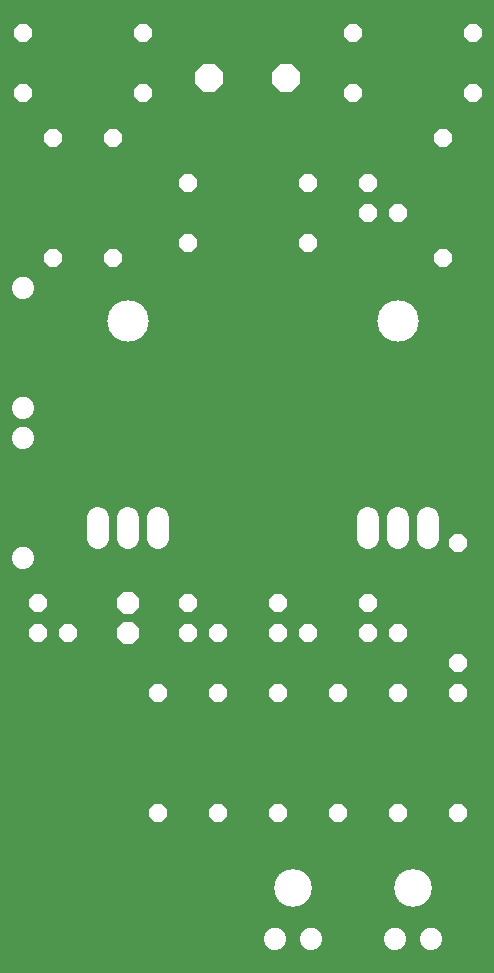
<source format=gbr>
G04 EAGLE Gerber RS-274X export*
G75*
%MOMM*%
%FSLAX34Y34*%
%LPD*%
%INSoldermask Bottom*%
%IPNEG*%
%AMOC8*
5,1,8,0,0,1.08239X$1,22.5*%
G01*
%ADD10P,1.951982X8X112.500000*%
%ADD11C,1.879600*%
%ADD12C,3.203200*%
%ADD13P,2.556822X8X22.500000*%
%ADD14C,1.879600*%
%ADD15C,3.505200*%
%ADD16P,1.649562X8X112.500000*%
%ADD17P,1.649562X8X22.500000*%
%ADD18P,1.649562X8X292.500000*%


D10*
X127000Y292100D03*
X127000Y317500D03*
D11*
X38100Y584200D03*
X38100Y482600D03*
X38100Y457200D03*
X38100Y355600D03*
X251700Y33000D03*
X281700Y33000D03*
D12*
X266700Y76200D03*
D11*
X353300Y33000D03*
X383300Y33000D03*
D12*
X368300Y76200D03*
D13*
X261112Y762000D03*
X196088Y762000D03*
D14*
X330200Y389382D02*
X330200Y372618D01*
X355600Y372618D02*
X355600Y389382D01*
X381000Y389382D02*
X381000Y372618D01*
D15*
X355600Y556260D03*
D14*
X101600Y389382D02*
X101600Y372618D01*
X127000Y372618D02*
X127000Y389382D01*
X152400Y389382D02*
X152400Y372618D01*
D15*
X127000Y556260D03*
D16*
X355600Y139700D03*
X355600Y241300D03*
D17*
X38100Y800100D03*
X139700Y800100D03*
X38100Y749300D03*
X139700Y749300D03*
D16*
X406400Y139700D03*
X406400Y241300D03*
D18*
X393700Y711200D03*
X393700Y609600D03*
D16*
X254000Y139700D03*
X254000Y241300D03*
X304800Y139700D03*
X304800Y241300D03*
D17*
X317500Y749300D03*
X419100Y749300D03*
D16*
X63500Y609600D03*
X63500Y711200D03*
D18*
X114300Y711200D03*
X114300Y609600D03*
D16*
X203200Y139700D03*
X203200Y241300D03*
X406400Y266700D03*
X406400Y368300D03*
D17*
X177800Y673100D03*
X279400Y673100D03*
X177800Y622300D03*
X279400Y622300D03*
X317500Y800100D03*
X419100Y800100D03*
D16*
X152400Y139700D03*
X152400Y241300D03*
D18*
X254000Y317500D03*
X254000Y292100D03*
X279400Y292100D03*
X177800Y317500D03*
X177800Y292100D03*
X203200Y292100D03*
X330200Y317500D03*
X330200Y292100D03*
X355600Y292100D03*
X50800Y317500D03*
X50800Y292100D03*
X76200Y292100D03*
X330200Y673100D03*
X330200Y647700D03*
X355600Y647700D03*
M02*

</source>
